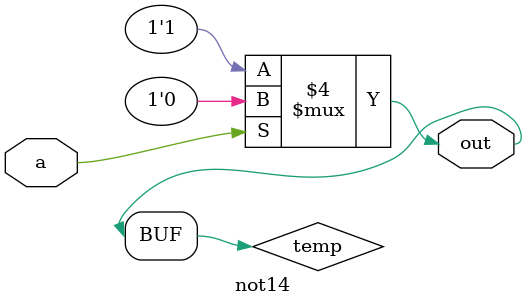
<source format=v>
module not14 (
    input wire a,
    output wire out
);

    reg temp;
    always @(*) begin
        if (a == 1'b0)
            temp = 1'b1;
        else
            temp = 1'b0;
    end

    assign out = temp;
    
endmodule

</source>
